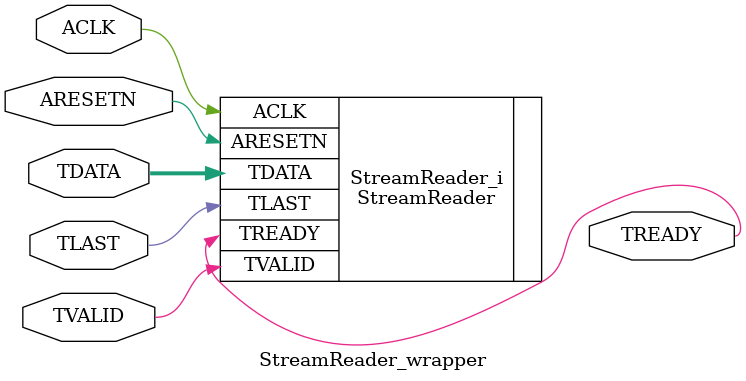
<source format=v>
`timescale 1 ps / 1 ps

module StreamReader_wrapper
   (ACLK,
    ARESETN,
    TDATA,
    TLAST,
    TREADY,
    TVALID);
  input ACLK;
  input ARESETN;
  input [31:0]TDATA;
  input [0:0]TLAST;
  output [0:0]TREADY;
  input [0:0]TVALID;

  wire ACLK;
  wire ARESETN;
  wire [31:0]TDATA;
  wire [0:0]TLAST;
  wire [0:0]TREADY;
  wire [0:0]TVALID;

  StreamReader StreamReader_i
       (.ACLK(ACLK),
        .ARESETN(ARESETN),
        .TDATA(TDATA),
        .TLAST(TLAST),
        .TREADY(TREADY),
        .TVALID(TVALID));
endmodule

</source>
